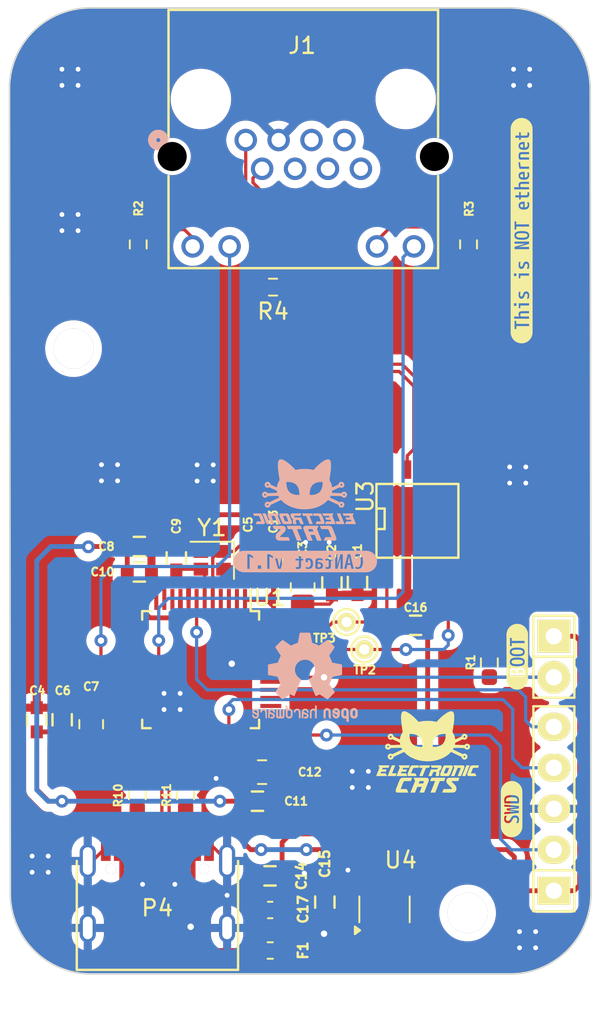
<source format=kicad_pcb>
(kicad_pcb (version 20241229) (generator "pcbnew") (generator_version "9.0")
  (layers (0 "F.Cu" signal) (2 "B.Cu" signal) (13 "F.Paste" user) (15 "B.Paste" user) (5 "F.SilkS" user "F.Silkscreen") (7 "B.SilkS" user "B.Silkscreen") (1 "F.Mask" user) (3 "B.Mask" user) (25 "Edge.Cuts" user))
  (net 0 "")
  (net 1 "+3V3")
  (net 2 "GND")
  (net 3 "+5V")
  (net 4 "/SWDIO")
  (net 5 "/SWCLK")
  (net 6 "Net-(U1-PF0-OSC_IN)")
  (net 7 "/CAN_RX")
  (net 8 "/CAN_TX")
  (net 9 "Net-(U1-PF1-OSC_OUT)")
  (net 10 "Net-(JP1-Pin_2)")
  (net 11 "/NRST")
  (net 40 "/LED_GREEN")
  (net 41 "/LED_RED")
  (net 42 "Net-(J1-Pad10)")
  (net 44 "Net-(J1-Pad12)")
  (net 48 "/D+")
  (net 49 "/D-")
  (net 51 "/CAN+")
  (net 52 "/CAN-")
  (net 54 "Net-(F1-Pad1)")
  (net 55 "Net-(P4-CC)")
  (net 56 "Net-(P4-VCONN)")
  (footprint "Resistor_SMD:R_0603_1608Metric_Pad0.98x0.95mm_HandSolder" (layer "F.Cu") (at 154 132.75 90)
    (property "Reference" "R1")
    (property "Value" "510")
  )
  (footprint "Connect:PINTST" (layer "F.Cu") (at 146.25 131.95)
    (property "Reference" "TP2")
    (property "Value" "TST" (hide yes))
  )
  (footprint "Connect:PINTST" (layer "F.Cu") (at 145.15 130.25)
    (property "Reference" "TP3")
    (property "Value" "TST" (hide yes))
  )
  (footprint "Housings_QFP:LQFP-48_7x7mm_Pitch0.5mm" (layer "F.Cu") (at 136.1 133.2 -90)
    (property "Reference" "U1")
    (property "Value" "STM32F042C6T6" (hide yes))
  )
  (footprint "SMD_Packages:SOIC-8-N" (layer "F.Cu") (at 149.54 123.98)
    (property "Reference" "U3")
    (property "Value" "MCP2551-I/SN" (hide yes))
  )
  (footprint "Capacitors_SMD:C_0603" (layer "F.Cu") (at 145.825 127.8 -90)
    (property "Reference" "C1")
    (property "Value" "0.1uF" (hide yes))
  )
  (footprint "Capacitors_SMD:C_0603" (layer "F.Cu") (at 144.24 127.825 -90)
    (property "Reference" "C2")
    (property "Value" "0.1uF" (hide yes))
  )
  (footprint "Capacitors_SMD:C_0603" (layer "F.Cu") (at 125.9395 136.3055 90)
    (property "Reference" "C4")
    (property "Value" "0.1uF" (hide yes))
  )
  (footprint "Capacitors_SMD:C_0603" (layer "F.Cu") (at 139.04212 126.270629 -90)
    (property "Reference" "C5")
    (property "Value" "18pF" (hide yes))
  )
  (footprint "Capacitors_SMD:C_0603" (layer "F.Cu") (at 127.5145 136.3055 90)
    (property "Reference" "C6")
    (property "Value" "0.1uF" (hide yes))
  )
  (footprint "Capacitor_SMD:C_0805_2012Metric_Pad1.18x1.45mm_HandSolder" (layer "F.Cu") (at 129.3145 136.5805 90)
    (property "Reference" "C7")
    (property "Value" "4.7uF")
  )
  (footprint "Capacitors_SMD:C_0603" (layer "F.Cu") (at 132.3 125.57)
    (property "Reference" "C8")
    (property "Value" "10nF" (hide yes))
  )
  (footprint "Capacitors_SMD:C_0603" (layer "F.Cu") (at 134.59212 126.27437 90)
    (property "Reference" "C9")
    (property "Value" "18pF" (hide yes))
  )
  (footprint "Capacitors_SMD:C_0603" (layer "F.Cu") (at 132.3 127.145)
    (property "Reference" "C10")
    (property "Value" "1uF" (hide yes))
  )
  (footprint "Capacitors_SMD:C_0603" (layer "F.Cu") (at 139.6212 141.3488)
    (property "Reference" "C11")
    (property "Value" "0.1uF" (hide yes))
  )
  (footprint "Capacitor_SMD:C_0805_2012Metric_Pad1.18x1.45mm_HandSolder" (layer "F.Cu") (at 139.9087 139.5488)
    (property "Reference" "C12")
    (property "Value" "4.7uF")
  )
  (footprint "Capacitors_SMD:C_0603" (layer "F.Cu") (at 140.62 126.27 90)
    (property "Reference" "C13")
    (property "Value" "0.1uF" (hide yes))
  )
  (footprint "Capacitors_SMD:C_0603" (layer "F.Cu") (at 140.4 145.975 180)
    (property "Reference" "C14")
    (property "Value" "1uF" (hide yes))
  )
  (footprint "Capacitors_SMD:C_0603" (layer "F.Cu") (at 143.8 147.6 -90)
    (property "Reference" "C15")
    (property "Value" "1uF" (hide yes))
  )
  (footprint "Capacitors_SMD:C_0603" (layer "F.Cu") (at 149.425 130.45)
    (property "Reference" "C16")
    (property "Value" "0.1uF" (hide yes))
  )
  (footprint "Pin_Headers:Pin_Header_Straight_1x05" (layer "F.Cu") (at 158 141.82 90)
    (property "Reference" "P2" (hide yes))
    (property "Value" "SWD" (hide yes))
  )
  (footprint "Pin_Headers:Pin_Header_Straight_1x02" (layer "F.Cu") (at 158 132.4 -90)
    (property "Reference" "JP1" (hide yes))
    (property "Value" "Boot Mode" (hide yes))
  )
  (footprint "Mounting_Holes:MountingHole_2-5mm" (layer "F.Cu") (at 152.65 148.275)
    (property "Reference" "" (hide yes))
    (property "Value" "VAL**" (hide yes))
  )
  (footprint "Mounting_Holes:MountingHole_2-5mm" (layer "F.Cu") (at 128.22 113.31)
    (property "Reference" "" (hide yes))
    (property "Value" "VAL**" (hide yes))
  )
  (footprint "Capacitor_SMD:C_0805_2012Metric_Pad1.18x1.45mm_HandSolder" (layer "F.Cu") (at 142.425 128.1 -90)
    (property "Reference" "C3")
    (property "Value" "4.7uF")
  )
  (footprint "Resistor_SMD:R_0603_1608Metric" (layer "F.Cu") (at 135.17 140.99 -90)
    (property "Reference" "R11")
    (property "Value" "5k1")
  )
  (footprint "Resistor_SMD:R_0603_1608Metric_Pad0.98x0.95mm_HandSolder" (layer "F.Cu") (at 132.229813 106.851602 -90)
    (property "Reference" "R2")
    (property "Value" "120")
  )
  (footprint "Resistor_SMD:R_0603_1608Metric_Pad0.98x0.95mm_HandSolder" (layer "F.Cu") (at 140.5875 109.5 180)
    (property "Reference" "R4")
    (property "Value" "120")
  )
  (footprint "kibuzzard-6802DBB7" (layer "F.Cu") (at 156 106 90)
    (property "Reference" "kibuzzard-6802DBB7" (hide yes))
    (property "Value" "G***" (hide yes))
  )
  (footprint "footprints:CONN12_R-RJ45_CKM" (layer "F.Cu") (at 138.894812 100.386403 180)
    (property "Reference" "J1")
    (property "Value" "Cantact")
  )
  (footprint "Capacitor_SMD:C_0603_1608Metric" (layer "F.Cu") (at 140.4125 148.09 180)
    (property "Reference" "C17")
    (property "Value" "10uF")
  )
  (footprint "Resistor_SMD:R_0603_1608Metric" (layer "F.Cu") (at 132.17 140.99 -90)
    (property "Reference" "R10")
    (property "Value" "5k1")
  )
  (footprint "Package_TO_SOT_SMD:SOT-23-5" (layer "F.Cu") (at 147.5 148.05 90)
    (property "Reference" "U4")
    (property "Value" "XC6220B331MR-G")
  )
  (footprint "kibuzzard-67FD8EBA" (layer "F.Cu") (at 155.73 132.4 90)
    (property "Reference" "kibuzzard-67FD8EBA" (hide yes))
    (property "Value" "G***" (hide yes))
  )
  (footprint "Aesthetics:electronic_cats_logo_4x3" (layer "F.Cu") (at 150.17 138.3)
    (property "Reference" "G***" (hide yes))
    (property "Value" "LOGO" (hide yes))
  )
  (footprint "Crystal:Crystal_SMD_2016-4Pin_2.0x1.6mm" (layer "F.Cu") (at 136.81712 126.42437 180)
    (property "Reference" "Y1")
    (property "Value" "16 Mhz")
  )
  (footprint "Resistor_SMD:R_0603_1608Metric_Pad0.98x0.95mm_HandSolder" (layer "F.Cu") (at 152.71 106.85 -90)
    (property "Reference" "R3")
    (property "Value" "120")
  )
  (footprint "kibuzzard-67FD8E9C" (layer "F.Cu") (at 155.38 141.84 90)
    (property "Reference" "kibuzzard-67FD8E9C" (hide yes))
    (property "Value" "G***" (hide yes))
  )
  (footprint "Footprint:C393939" (layer "F.Cu") (at 133.42 145.05)
    (property "Reference" "P4")
    (property "Value" "USB_C_Plug_USB2.0")
  )
  (footprint "Fuse:Fuse_0603_1608Metric" (layer "F.Cu") (at 140.4125 150.6)
    (property "Reference" "F1")
    (property "Value" "750mA")
  )
  (footprint "Symbol:OSHW-Logo2_7.3x6mm_SilkScreen" (layer "B.Cu") (at 142.57 133.67 180)
    (property "Reference" "REF**" (hide yes))
    (property "Value" "OSHW-Logo2_7.3x6mm_SilkScreen" (hide yes))
  )
  (footprint "Aesthetics:electronic_cats_logo_4x3" (layer "B.Cu") (at 142.54 122.69 180)
    (property "Reference" "G***" (hide yes))
    (property "Value" "LOGO" (hide yes))
  )
  (footprint "kibuzzard-67FE8A9D" (layer "B.Cu") (at 142.58 126.5 180)
    (property "Reference" "kibuzzard-67FE8A9D" (hide yes))
    (property "Value" "G***" (hide yes))
  )
  (gr_arc (start 124.25 97.2) (mid 125.714466 93.664466) (end 129.25 92.2) (stroke (width 0.1)) (layer "Edge.Cuts"))
  (gr_arc (start 155.25 92.2) (mid 158.785534 93.664466) (end 160.25 97.2) (stroke (width 0.1)) (layer "Edge.Cuts"))
  (gr_arc (start 160.3 147.05) (mid 158.835534 150.585534) (end 155.3 152.05) (stroke (width 0.1)) (layer "Edge.Cuts"))
  (gr_line (start 124.25 97.2) (end 124.3 147.05) (stroke (width 0.1)) (layer "Edge.Cuts"))
  (gr_arc (start 129.3 152.05) (mid 125.764466 150.585534) (end 124.3 147.05) (stroke (width 0.1)) (layer "Edge.Cuts"))
  (gr_line (start 160.3 147.05) (end 160.25 97.2) (stroke (width 0.1)) (layer "Edge.Cuts"))
  (gr_line (start 155.3 152.05) (end 129.3 152.05) (stroke (width 0.1)) (layer "Edge.Cuts"))
  (gr_line (start 129.25 92.2) (end 155.25 92.2) (stroke (width 0.1)) (layer "Edge.Cuts"))
  (segment (start 155.55 144.8) (end 155.1 144.35) (width 0.3) (layer "F.Cu") (net 1))
  (segment (start 146.55 146.9125) (end 146.55 144.65) (width 0.3) (layer "F.Cu") (net 1))
  (segment (start 144.24 127.075) (end 145.8 127.075) (width 0.3) (layer "F.Cu") (net 1))
  (segment (start 146.55 144.35) (end 146.15 144.35) (width 0.3) (layer "F.Cu") (net 1))
  (segment (start 127.5145 137.4345) (end 127.76 137.68) (width 0.3) (layer "F.Cu") (net 1))
  (segment (start 155.1 144.35) (end 147 144.35) (width 0.3) (layer "F.Cu") (net 1))
  (segment (start 138.8712 139.4912) (end 138.8712 139.5488) (width 0.3) (layer "F.Cu") (net 1))
  (segment (start 143.5 144.35) (end 143.475 144.35) (width 0.3) (layer "F.Cu") (net 1))
  (segment (start 125.9395 137.0555) (end 127.5145 137.0555) (width 0.3) (layer "F.Cu") (net 1))
  (segment (start 140.62 128.43) (end 140.62 128.74) (width 0.3) (layer "F.Cu") (net 1))
  (segment (start 143.8 144.35) (end 143.475 144.35) (width 0.3) (layer "F.Cu") (net 1))
  (segment (start 129.2525 137.68) (end 129.3145 137.618) (width 0.3) (layer "F.Cu") (net 1))
  (segment (start 143.8 144.65) (end 143.8 145.125) (width 0.3) (layer "F.Cu") (net 1))
  (segment (start 132.96 129.99) (end 134.6934 129.99) (width 0.3) (layer "F.Cu") (net 1))
  (segment (start 143.8 145.125) (end 143.8 144.35) (width 0.3) (layer "F.Cu") (net 1))
  (segment (start 158 146.9) (end 159.25 146.9) (width 0.3) (layer "F.Cu") (net 1))
  (segment (start 143.8 144.65) (end 143.5 144.35) (width 0.3) (layer "F.Cu") (net 1))
  (segment (start 145.825 124.005) (end 145.825 127.05) (width 0.3) (layer "F.Cu") (net 1))
  (segment (start 127.76 137.68) (end 129.2525 137.68) (width 0.3) (layer "F.Cu") (net 1))
  (segment (start 126.67 141.35) (end 125.9395 140.6195) (width 0.3) (layer "F.Cu") (net 1))
  (segment (start 138.85 137.55) (end 138.85 139.47) (width 0.3) (layer "F.Cu") (net 1))
  (segment (start 145.8 127.075) (end 145.825 127.05) (width 0.3) (layer "F.Cu") (net 1))
  (segment (start 139.2 144.35) (end 138.8712 144.0212) (width 0.3) (layer "F.Cu") (net 1))
  (segment (start 140.62 129.28) (end 140.62 130.28) (width 0.3) (layer "F.Cu") (net 1))
  (segment (start 146.15 144.35) (end 146.25 144.35) (width 0.3) (layer "F.Cu") (net 1))
  (segment (start 159.6 131.4) (end 159.33 131.13) (width 0.3) (layer "F.Cu") (net 1))
  (segment (start 134.6934 129.99) (end 134.8458 129.8376) (width 0.3) (layer "F.Cu") (net 1))
  (segment (start 146.15 144.35) (end 144.1 144.35) (width 0.3) (layer "F.Cu") (net 1))
  (segment (start 131.55 124.05) (end 132 123.6) (width 0.3) (layer "F.Cu") (net 1))
  (segment (start 142.425 127.0625) (end 140.6625 127.0625) (width 0.3) (layer "F.Cu") (net 1))
  (segment (start 140.62 128.74) (end 140.62 129.28) (width 0.3) (layer "F.Cu") (net 1))
  (segment (start 142.425 127.0625) (end 144.2275 127.0625) (width 0.3) (layer "F.Cu") (net 1))
  (segment (start 146.25 144.35) (end 146.55 144.65) (width 0.3) (layer "F.Cu") (net 1))
  (segment (start 140.19 128.85) (end 140.62 129.28) (width 0.3) (layer "F.Cu") (net 1))
  (segment (start 138.8712 139.5488) (end 138.8712 141.3488) (width 0.3) (layer "F.Cu") (net 1))
  (segment (start 139.85 144.35) (end 139.2 144.35) (width 0.3) (layer "F.Cu") (net 1))
  (segment (start 137.29 141.3488) (end 138.8712 141.3488) (width 0.3) (layer "F.Cu") (net 1))
  (segment (start 158 146.9) (end 156.1 146.9) (width 0.3) (layer "F.Cu") (net 1))
  (segment (start 140.62 128.74) (end 140.51 128.85) (width 0.3) (layer "F.Cu") (net 1))
  (segment (start 129.16 125.57) (end 131.55 125.57) (width 0.3) (layer "F.Cu") (net 1))
  (segment (start 140.62 127.02) (end 140.62 128.43) (width 0.3) (layer "F.Cu") (net 1))
  (segment (start 127.5 141.35) (end 126.67 141.35) (width 0.3) (layer "F.Cu") (net 1))
  (segment (start 143.8 145.125) (end 143.8 146.85) (width 0.3) (layer "F.Cu") (net 1))
  (segment (start 134.8458 129.8376) (end 134.8458 128.85) (width 0.3) (layer "F.Cu") (net 1))
  (segment (start 159.33 131.13) (end 158 131.13) (width 0.3) (layer "F.Cu") (net 1))
  (segment (start 145.42 123.6) (end 145.825 124.005) (width 0.3) (layer "F.Cu") (net 1))
  (segment (start 146.55 144.65) (end 146.85 144.35) (width 0.3) (layer "F.Cu") (net 1))
  (segment (start 125.9395 138.34) (end 125.9395 137.0555) (width 0.3) (layer "F.Cu") (net 1))
  (segment (start 132 123.6) (end 145.42 123.6) (width 0.3) (layer "F.Cu") (net 1))
  (segment (start 129.14 125.59) (end 129.16 125.57) (width 0.3) (layer "F.Cu") (net 1))
  (segment (start 131.55 127.145) (end 131.55 125.57) (width 0.3) (layer "F.Cu") (net 1))
  (segment (start 131.422 137.618) (end 131.75 137.29) (width 0.3) (layer "F.Cu") (net 1))
  (segment (start 140.62 130.28) (end 140.45 130.45) (width 0.3) (layer "F.Cu") (net 1))
  (segment (start 140.2 128.85) (end 140.62 128.43) (width 0.3) (layer "F.Cu") (net 1))
  (segment (start 144.1 144.35) (end 143.8 144.35) (width 0.3) (layer "F.Cu") (net 1))
  (segment (start 140.19 128.85) (end 140.2 128.85) (width 0.3) (layer "F.Cu") (net 1))
  (segment (start 147 144.35) (end 146.55 144.35) (width 0.3) (layer "F.Cu") (net 1))
  (segment (start 146.85 144.35) (end 147 144.35) (width 0.3) (layer "F.Cu") (net 1))
  (segment (start 143.475 144.35) (end 142.65 144.35) (width 0.3) (layer "F.Cu") (net 1))
  (segment (start 129.3145 137.618) (end 131.422 137.618) (width 0.3) (layer "F.Cu") (net 1))
  (segment (start 138.85 139.47) (end 138.8712 139.4912) (width 0.3) (layer "F.Cu") (net 1))
  (segment (start 159.6 146.55) (end 159.6 131.4) (width 0.3) (layer "F.Cu") (net 1))
  (segment (start 125.9395 140.6195) (end 125.9395 138.34) (width 0.3) (layer "F.Cu") (net 1))
  (segment (start 127.5145 137.0555) (end 127.5145 137.4345) (width 0.3) (layer "F.Cu") (net 1))
  (segment (start 155.55 146.35) (end 155.55 144.8) (width 0.3) (layer "F.Cu") (net 1))
  (segment (start 131.75 137.29) (end 131.75 135.95) (width 0.3) (layer "F.Cu") (net 1))
  (segment (start 144.2275 127.0625) (end 144.24 127.075) (width 0.3) (layer "F.Cu") (net 1))
  (segment (start 131.55 125.57) (end 131.55 124.05) (width 0.3) (layer "F.Cu") (net 1))
  (segment (start 159.25 146.9) (end 159.6 146.55) (width 0.3) (layer "F.Cu") (net 1))
  (segment (start 138.8712 144.0212) (end 138.8712 141.3488) (width 0.3) (layer "F.Cu") (net 1))
  (segment (start 146.55 144.65) (end 146.55 144.35) (width 0.3) (layer "F.Cu") (net 1))
  (segment (start 140.51 128.85) (end 140.19 128.85) (width 0.3) (layer "F.Cu") (net 1))
  (segment (start 140.6625 127.0625) (end 140.62 127.02) (width 0.3) (layer "F.Cu") (net 1))
  (segment (start 144.1 144.35) (end 143.8 144.65) (width 0.3) (layer "F.Cu") (net 1))
  (segment (start 131.55 127.145) (end 131.55 128.58) (width 0.3) (layer "F.Cu") (net 1))
  (segment (start 131.55 128.58) (end 132.96 129.99) (width 0.3) (layer "F.Cu") (net 1))
  (segment (start 140.19 128.85) (end 138.85 128.85) (width 0.3) (layer "F.Cu") (net 1))
  (segment (start 156.1 146.9) (end 155.55 146.35) (width 0.3) (layer "F.Cu") (net 1))
  (via (at 137.29 141.3488) (size 0.8) (drill 0.4) (layers "F.Cu" "B.Cu") (net 1))
  (via (at 129.14 125.59) (size 0.8) (drill 0.4) (layers "F.Cu" "B.Cu") (net 1))
  (via (at 142.65 144.35) (size 0.8) (drill 0.4) (layers "F.Cu" "B.Cu") (net 1))
  (via (at 139.85 144.35) (size 0.8) (drill 0.4) (layers "F.Cu" "B.Cu") (net 1))
  (via (at 127.5 141.35) (size 0.8) (drill 0.4) (layers "F.Cu" "B.Cu") (net 1))
  (segment (start 127.5 141.35) (end 126.64 141.35) (width 0.3) (layer "B.Cu") (net 1))
  (segment (start 126.64 141.35) (end 125.9395 140.6495) (width 0.3) (layer "B.Cu") (net 1))
  (segment (start 125.9395 140.6495) (end 125.9395 126.4505) (width 0.3) (layer "B.Cu") (net 1))
  (segment (start 142.65 144.35) (end 139.85 144.35) (width 0.3) (layer "B.Cu") (net 1))
  (segment (start 125.9395 126.4505) (end 126.82 125.57) (width 0.3) (layer "B.Cu") (net 1))
  (segment (start 126.82 125.57) (end 129.25 125.57) (width 0.3) (layer "B.Cu") (net 1))
  (segment (start 137.2888 141.35) (end 127.5 141.35) (width 0.3) (layer "B.Cu") (net 1))
  (segment (start 137.29 141.3488) (end 137.2888 141.35) (width 0.3) (layer "B.Cu") (net 1))
  (segment (start 139.87 125.73) (end 140.08 125.52) (width 0.2032) (layer "F.Cu") (net 2))
  (segment (start 140.45 130.95) (end 138.375 130.95) (width 0.2) (layer "F.Cu") (net 2))
  (segment (start 133.05 127.58) (end 133.05 127.145) (width 0.3) (layer "F.Cu") (net 2))
  (segment (start 139.35 149.2) (end 137.74 149.2) (width 0.2) (layer "F.Cu") (net 2))
  (segment (start 142.425 129.1375) (end 144.0925 129.1375) (width 0.2) (layer "F.Cu") (net 2))
  (segment (start 147.5 148.075) (end 149.495 148.075) (width 0.2) (layer "F.Cu") (net 2))
  (segment (start 129.1 145.05) (end 129.395 145.05) (width 0.2) (layer "F.Cu") (net 2))
  (segment (start 132.57 136.83) (end 132.57 136.77) (width 0.3) (layer "F.Cu") (net 2))
  (segment (start 138.35 136.59) (end 138.55 136.39) (width 0.2) (layer "F.Cu") (net 2))
  (segment (start 140.08 125.52) (end 140.62 125.52) (width 0.2032) (layer "F.Cu") (net 2))
  (segment (start 158 141.82) (end 156.305 141.82) (width 0.2) (layer "F.Cu") (net 2))
  (segment (start 129.395 145.05) (end 130.22 144.225) (width 0.2) (layer "F.Cu") (net 2))
  (segment (start 130.22 143.225) (end 130.22 142.805) (width 0.2) (layer "F.Cu") (net 2))
  (segment (start 139.7645 136.6145) (end 139.7645 139.2345) (width 0.2) (layer "F.Cu") (net 2))
  (segment (start 139.6375 148.0875) (end 139.65 148.075) (width 0.2) (layer "F.Cu") (net 2))
  (segment (start 135.35 128.85) (end 135.35 128.1) (width 0.3) (layer "F.Cu") (net 2))
  (segment (start 139.6375 148.9125) (end 139.35 149.2) (width 0.2) (layer "F.Cu") (net 2))
  (segment (start 129.1 145.05) (end 129.1 149.2) (width 0.2) (layer "F.Cu") (net 2))
  (segment (start 135.08 127.83) (end 133.3 127.83) (width 0.3) (layer "F.Cu") (net 2))
  (segment (start 148.675 130.45) (end 148.675 129.75) (width 0.2) (layer "F.Cu") (net 2))
  (segment (start 127.527 135.543) (end 127.5145 135.5555) (width 0.2) (layer "F.Cu") (net 2))
  (segment (start 147.5 149.1875) (end 147.5 148.075) (width 0.2) (layer "F.Cu") (net 2))
  (segment (start 137.74 147.18) (end 137.74 149.2) (width 0.2) (layer "F.Cu") (net 2))
  (segment (start 136.62 144.225) (end 136.915 144.225) (width 0.2032) (layer "F.Cu") (net 2))
  (segment (start 129.702 135.543) (end 129.3145 135.543) (width 0.2) (layer "F.Cu") (net 2))
  (segment (start 139.6375 148.09) (end 139.6375 148.9125) (width 0.2) (layer "F.Cu") (net 2))
  (segment (start 136.915 144.225) (end 137.74 145.05) (width 0.2032) (layer "F.Cu") (net 2))
  (segment (start 144.24 128.99) (end 144.24 128.575) (width 0.2) (layer "F.Cu") (net 2))
  (segment (start 130.22 142.805) (end 129.915 142.5) (width 0.2) (layer "F.Cu") (net 2))
  (segment (start 129.915 142.5) (end 129 142.5) (width 0.2) (layer "F.Cu") (net 2))
  (segment (start 126.95 145.05) (end 129.1 145.05) (width 0.2032) (layer "F.Cu") (net 2))
  (segment (start 145.715 148.075) (end 145.67 148.03) (width 0.2) (layer "F.Cu") (net 2))
  (segment (start 131.75 135.45) (end 129.795 135.45) (width 0.2) (layer "F.Cu") (net 2))
  (segment (start 126.65 144.75) (end 126.95 145.05) (width 0.2032) (layer "F.Cu") (net 2))
  (segment (start 137.74 145.05) (end 137.74 147.18) (width 0.2) (layer "F.Cu") (net 2))
  (segment (start 140.0788 139.5488) (end 140.9462 139.5488) (width 0.2) (layer "F.Cu") (net 2))
  (segment (start 140.45 130.95) (end 142.125 130.95) (width 0.2) (layer "F.Cu") (net 2))
  (segment (start 149.495 148.075) (end 149.5 148.07) (width 0.2) (layer "F.Cu") (net 2))
  (segment (start 129.3145 135.543) (end 127.527 135.543) (width 0.2) (layer "F.Cu") (net 2))
  (segment (start 132.57 136.77) (end 133.12 136.22) (width 0.3) (layer "F.Cu") (net 2))
  (segment (start 139.699371 127.020629) (end 139.87 126.85) (width 0.2032) (layer "F.Cu") (net 2))
  (segment (start 139.65 148.075) (end 139.65 145.975) (width 0.2) (layer "F.Cu") (net 2))
  (segment (start 147.5 148.075) (end 145.715 148.075) (width 0.2) (layer "F.Cu") (net 2))
  (segment (start 139.7645 139.2345) (end 140.0788 139.5488) (width 0.2) (layer "F.Cu") (net 2))
  (segment (start 142.125 130.95) (end 142.425 130.65) (width 0.2) (layer "F.Cu") (net 2))
  (segment (start 135.35 128.1) (end 135.08 127.83) (width 0.3) (layer "F.Cu") (net 2))
  (segment (start 133.3 127.83) (end 133.05 127.58) (width 0.3) (layer "F.Cu") (net 2))
  (segment (start 129.795 135.45) (end 129.702 135.543) (width 0.2) (layer "F.Cu") (net 2))
  (segment (start 139.6375 148.09) (end 139.6375 148.0875) (width 0.2) (layer "F.Cu") (net 2))
  (segment (start 139.54 136.39) (end 139.7645 136.6145) (width 0.2) (layer "F.Cu") (net 2))
  (segment (start 138.03 131.295) (end 138.03 132.83) (width 0.2) (layer "F.Cu") (net 2))
  (segment (start 144.0925 129.1375) (end 144.24 128.99) (width 0.2) (layer "F.Cu") (net 2))
  (segment (start 130.22 144.225) (end 130.22 143.225) (width 0.2) (layer "F.Cu") (net 2))
  (segment (start 138.55 136.39) (end 139.54 136.39) (width 0.2) (layer "F.Cu") (net 2))
  (segment (start 138.35 137.55) (end 138.35 136.59) (width 0.2) (layer "F.Cu") (net 2))
  (segment (start 142.425 130.65) (end 142.425 129.1375) (width 0.2) (layer "F.Cu") (net 2))
  (segment (start 127.5145 135.5555) (end 125.9395 135.5555) (width 0.2) (layer "F.Cu") (net 2))
  (segment (start 139.04212 127.020629) (end 139.699371 127.020629) (width 0.2032) (layer "F.Cu") (net 2))
  (segment (start 138.375 130.95) (end 138.03 131.295) (width 0.2) (layer "F.Cu") (net 2))
  (segment (start 139.87 126.85) (end 139.87 125.73) (width 0.2032) (layer "F.Cu") (net 2))
  (via (at 127.5 96) (size 0.6) (drill 0.3) (layers "F.Cu" "B.Cu") (net 2))
  (via (at 134.5 146.5) (size 0.6) (drill 0.3) (layers "F.Cu" "B.Cu") (net 2))
  (via (at 155.26 121.64) (size 0.6) (drill 0.3) (layers "F.Cu" "B.Cu") (net 2))
  (via (at 156.87 149.43) (size 0.6) (drill 0.3) (layers "F.Cu" "B.Cu") (net 2))
  (via (at 142.52 145.8) (size 0.6) (drill 0.3) (layers "F.Cu" "B.Cu") (net 2))
  (via (at 156.5 96) (size 0.6) (drill 0.3) (layers "F.Cu" "B.Cu") (net 2))
  (via (at 144.07 125.31) (size 0.6) (drill 0.3) (layers "F.Cu" "B.Cu") (net 2))
  (via (at 127.5 106) (size 0.6) (drill 0.3) (layers "F.Cu" "B.Cu") (net 2))
  (via (at 136.88 120.51) (size 0.6) (drill 0.3) (layers "F.Cu" "B.Cu") (net 2))
  (via (at 156.26 121.64) (size 0.6) (drill 0.3) (layers "F.Cu" "B.Cu") (net 2))
  (via (at 146.5 140.5) (size 0.6) (drill 0.3) (layers "F.Cu" "B.Cu") (net 2))
  (via (at 135.88 120.51) (size 0.6) (drill 0.3) (layers "F.Cu" "B.Cu") (net 2))
  (via (at 142.61 125.31) (size 0.6) (drill 0.3) (layers "F.Cu" "B.Cu") (net 2))
  (via (at 132.5 146.5) (size 0.6) (drill 0.3) (layers "F.Cu" "B.Cu") (net 2))
  (via (at 129.95 121.5) (size 0.6) (drill 0.3) (layers "F.Cu" "B.Cu") (net 2))
  (via (at 156.5 97) (size 0.6) (drill 0.3) (layers "F.Cu" "B.Cu") (net 2))
  (via (at 155.26 120.64) (size 0.6) (drill 0.3) (layers "F.Cu" "B.Cu") (net 2))
  (via (at 146.5 139.5) (size 0.6) (drill 0.3) (layers "F.Cu" "B.Cu") (net 2))
  (via (at 155.87 150.43) (size 0.6) (drill 0.3) (layers "F.Cu" "B.Cu") (net 2))
  (via (at 128.5 106) (size 0.6) (drill 0.3) (layers "F.Cu" "B.Cu") (net 2))
  (via (at 145.5 140.5) (size 0.6) (drill 0.3) (layers "F.Cu" "B.Cu") (net 2))
  (via (at 155.5 96) (size 0.6) (drill 0.3) (layers "F.Cu" "B.Cu") (net 2))
  (via (at 134.83 134.67) (size 0.6) (drill 0.3) (layers "F.Cu" "B.Cu") (net 2))
  (via (at 135.88 121.51) (size 0.6) (drill 0.3) (layers "F.Cu" "B.Cu") (net 2))
  (via (at 136.88 121.51) (size 0.6) (drill 0.3) (layers "F.Cu" "B.Cu") (net 2))
  (via (at 126.65 144.75) (size 0.6) (drill 0.3) (layers "F.Cu" "B.Cu") (net 2))
  (via (at 134.83 135.67) (size 0.6) (drill 0.3) (layers "F.Cu" "B.Cu") (net 2))
  (via (at 137.06 139.94) (size 0.6) (drill 0.3) (layers "F.Cu" "B.Cu") (net 2))
  (via (at 127.5 97) (size 0.6) (drill 0.3) (layers "F.Cu" "B.Cu") (net 2))
  (via (at 143.75 149.56) (size 0.8) (drill 0.4) (layers "F.Cu" "B.Cu") (net 2))
  (via (at 133.83 134.67) (size 0.6) (drill 0.3) (layers "F.Cu" "B.Cu") (net 2))
  (via (at 130.95 120.5) (size 0.6) (drill 0.3) (layers "F.Cu" "B.Cu") (net 2))
  (via (at 156.26 120.64) (size 0.6) (drill 0.3) (layers "F.Cu" "B.Cu") (net 2))
  (via (at 125.65 144.75) (size 0.6) (drill 0.3) (layers "F.Cu" "B.Cu") (net 2))
  (via (at 126.65 145.75) (size 0.6) (drill 0.3) (layers "F.Cu" "B.Cu") (net 2))
  (via (at 133.83 135.67) (size 0.6) (drill 0.3) (layers "F.Cu" "B.Cu") (net 2))
  (via (at 128.5 105) (size 0.6) (drill 0.3) (layers "F.Cu" "B.Cu") (net 2))
  (via (at 145.23 145.62) (size 0.6) (drill 0.3) (layers "F.Cu" "B.Cu") (net 2))
  (via (at 145.5 139.5) (size 0.6) (drill 0.3) (layers "F.Cu" "B.Cu") (net 2))
  (via (at 155.5 97) (size 0.6) (drill 0.3) (layers "F.Cu" "B.Cu") (net 2))
  (via (at 128.5 96) (size 0.6) (drill 0.3) (layers "F.Cu" "B.Cu") (net 2))
  (via (at 138.03 132.83) (size 0.8) (drill 0.4) (layers "F.Cu" "B.Cu") (net 2))
  (via (at 135.48 149.13) (size 0.8) (drill 0.4) (layers "F.Cu" "B.Cu") (net 2))
  (via (at 127.5 105) (size 0.6) (drill 0.3) (layers "F.Cu" "B.Cu") (net 2))
  (via (at 137.74 147.18) (size 0.6) (drill 0.3) (layers "F.Cu" "B.Cu") (net 2))
  (via (at 130.95 121.5) (size 0.6) (drill 0.3) (layers "F.Cu" "B.Cu") (net 2))
  (via (at 156.87 150.43) (size 0.6) (drill 0.3) (layers "F.Cu" "B.Cu") (net 2))
  (via (at 128.5 97) (size 0.6) (drill 0.3) (layers "F.Cu" "B.Cu") (net 2))
  (via (at 125.65 145.75) (size 0.6) (drill 0.3) (layers "F.Cu" "B.Cu") (net 2))
  (via (at 155.87 149.43) (size 0.6) (drill 0.3) (layers "F.Cu" "B.Cu") (net 2))
  (via (at 129.95 120.5) (size 0.6) (drill 0.3) (layers "F.Cu" "B.Cu") (net 2))
  (segment (start 129.2 149.3) (end 129.1 149.2) (width 0.2) (layer "B.Cu") (net 2))
  (segment (start 137.64 149.3) (end 137.74 149.2) (width 0.2) (layer "B.Cu") (net 2))
  (segment (start 141.2 148.1025) (end 141.1875 148.09) (width 0.3) (layer "F.Cu") (net 3))
  (segment (start 141.15 143.9) (end 141.675 143.375) (width 0.3) (layer "F.Cu") (net 3))
  (segment (start 141.15 145.975) (end 141.15 148.0525) (width 0.3) (layer "F.Cu") (net 3))
  (segment (start 150.175 142.725) (end 150.175 130.45) (width 0.3) (layer "F.Cu") (net 3))
  (segment (start 150.175 127.155) (end 150.185 127.165) (width 0.3) (layer "F.Cu") (net 3))
  (segment (start 148.175 150.6) (end 148.45 150.325) (width 0.3) (layer "F.Cu") (net 3))
  (segment (start 149.525 143.375) (end 150.175 142.725) (width 0.3) (layer "F.Cu") (net 3))
  (segment (start 146.3 150.6) (end 146.55 150.35) (width 0.3) (layer "F.Cu") (net 3))
  (segment (start 146.55 150.35) (end 146.8 150.6) (width 0.3) (layer "F.Cu") (net 3))
  (segment (start 146.55 150.6) (end 146.8 150.6) (width 0.3) (layer "F.Cu") (net 3))
  (segment (start 146.55 149.1875) (end 146.55 150.35) (width 0.3) (layer "F.Cu") (net 3))
  (segment (start 148.45 150.325) (end 148.45 149.1875) (width 0.3) (layer "F.Cu") (net 3))
  (segment (start 141.675 143.375) (end 149.525 143.375) (width 0.3) (layer "F.Cu") (net 3))
  (segment (start 141.15 148.0525) (end 141.1875 148.09) (width 0.3) (layer "F.Cu") (net 3))
  (segment (start 141.2 150.6) (end 146.3 150.6) (width 0.3) (layer "F.Cu") (net 3))
  (segment (start 141.2 150.6) (end 141.2 148.1025) (width 0.3) (layer "F.Cu") (net 3))
  (segment (start 146.3 150.6) (end 146.55 150.6) (width 0.3) (layer "F.Cu") (net 3))
  (segment (start 146.55 150.35) (end 146.55 150.6) (width 0.3) (layer "F.Cu") (net 3))
  (segment (start 150.175 129.845) (end 150.175 130.45) (width 0.3) (layer "F.Cu") (net 3))
  (segment (start 150.185 127.165) (end 150.185 129.835) (width 0.3) (layer "F.Cu") (net 3))
  (segment (start 141.15 145.975) (end 141.15 143.9) (width 0.3) (layer "F.Cu") (net 3))
  (segment (start 146.8 150.6) (end 148.175 150.6) (width 0.3) (layer "F.Cu") (net 3))
  (segment (start 150.185 129.835) (end 150.175 129.845) (width 0.3) (layer "F.Cu") (net 3))
  (segment (start 137.85 137.55) (end 137.85 135.675) (width 0.2) (layer "F.Cu") (net 4))
  (via (at 137.85 135.675) (size 0.8) (drill 0.4) (layers "F.Cu" "B.Cu") (net 4))
  (segment (start 155.45 135.65) (end 155.45 138.7) (width 0.2) (layer "B.Cu") (net 4))
  (segment (start 156.03 139.28) (end 158 139.28) (width 0.2) (layer "B.Cu") (net 4))
  (segment (start 155.45 138.7) (end 156.03 139.28) (width 0.2) (layer "B.Cu") (net 4))
  (segment (start 138.1 135.05) (end 154.85 135.05) (width 0.2) (layer "B.Cu") (net 4))
  (segment (start 137.85 135.3) (end 138.1 135.05) (width 0.2) (layer "B.Cu") (net 4))
  (segment (start 154.85 135.05) (end 155.45 135.65) (width 0.2) (layer "B.Cu") (net 4))
  (segment (start 137.85 135.675) (end 137.85 135.3) (width 0.2) (layer "B.Cu") (net 4))
  (segment (start 140.45 135.95) (end 140.45 136.7) (width 0.2) (layer "F.Cu") (net 5))
  (segment (start 141 137.25) (end 143.9 137.25) (width 0.2) (layer "F.Cu") (net 5))
  (segment (start 140.45 136.7) (end 141 137.25) (width 0.2) (layer "F.Cu") (net 5))
  (via (at 143.9 137.25) (size 0.8) (drill 0.4) (layers "F.Cu" "B.Cu") (net 5))
  (segment (start 155.36 144.36) (end 158 144.36) (width 0.2) (layer "B.Cu") (net 5))
  (segment (start 154.7 143.7) (end 155.36 144.36) (width 0.2) (layer "B.Cu") (net 5))
  (segment (start 154 137.25) (end 154.7 137.95) (width 0.2) (layer "B.Cu") (net 5))
  (segment (start 143.9 137.25) (end 154 137.25) (width 0.2) (layer "B.Cu") (net 5))
  (segment (start 154.7 137.95) (end 154.7 143.7) (width 0.2) (layer "B.Cu") (net 5))
  (segment (start 138.165861 125.87437) (end 138.485861 125.55437) (width 0.2032) (layer "F.Cu") (net 6))
  (segment (start 137.54 125.942958) (end 137.54 125.878509) (width 0.2032) (layer "F.Cu") (net 6))
  (segment (start 137.452958 126.03) (end 137.54 125.942958) (width 0.2032) (layer "F.Cu") (net 6))
  (segment (start 137.535861 125.87437) (end 138.165861 125.87437) (width 0.2032) (layer "F.Cu") (net 6))
  (segment (start 138.485861 125.55437) (end 139.02212 125.55437) (width 0.2032) (layer "F.Cu") (net 6))
  (segment (start 137.54 125.878509) (end 137.535861 125.87437) (width 0.2032) (layer "F.Cu") (net 6))
  (segment (start 139.02212 125.55437) (end 139.04212 125.53437) (width 0.2032) (layer "F.Cu") (net 6))
  (segment (start 139.04212 125.53437) (end 139.04212 125.520629) (width 0.2032) (layer "F.Cu") (net 6))
  (segment (start 136.85 128.85) (end 136.85 126.27) (width 0.2032) (layer "F.Cu") (net 6))
  (segment (start 136.85 126.27) (end 137.09 126.03) (width 0.2032) (layer "F.Cu") (net 6))
  (segment (start 137.09 126.03) (end 137.452958 126.03) (width 0.2032) (layer "F.Cu") (net 6))
  (segment (start 151.455 127.165) (end 151.445 127.155) (width 0.2) (layer "F.Cu") (net 7))
  (segment (start 151.45 130.575) (end 151.455 130.57) (width 0.2) (layer "F.Cu") (net 7))
  (segment (start 151.45 131.075) (end 151.45 130.575) (width 0.2) (layer "F.Cu") (net 7))
  (segment (start 151.455 130.57) (end 151.455 127.165) (width 0.2) (layer "F.Cu") (net 7))
  (segment (start 140.45 131.95) (end 148.825 131.95) (width 0.2) (layer "F.Cu") (net 7))
  (via (at 151.45 131.075) (size 0.8) (drill 0.4) (layers "F.Cu" "B.Cu") (net 7))
  (via (at 148.825 131.95) (size 0.8) (drill 0.4) (layers "F.Cu" "B.Cu") (net 7))
  (segment (start 151.25 131.875) (end 151.45 131.675) (width 0.2) (layer "B.Cu") (net 7))
  (segment (start 148.825 131.95) (end 151.175 131.95) (width 0.2) (layer "B.Cu") (net 7))
  (segment (start 151.45 131.675) (end 151.45 131.075) (width 0.2) (layer "B.Cu") (net 7))
  (segment (start 151.175 131.95) (end 151.25 131.875) (width 0.2) (layer "B.Cu") (net 7))
  (segment (start 147.2 130.25) (end 147.645 129.805) (width 0.2) (layer "F.Cu") (net 8))
  (segment (start 147.645 127.165) (end 147.635 127.155) (width 0.2) (layer "F.Cu") (net 8))
  (segment (start 143.1 131.45) (end 144.3 130.25) (width 0.2) (layer "F.Cu") (net 8))
  (segment (start 144.3 130.25) (end 147.2 130.25) (width 0.2) (layer "F.Cu") (net 8))
  (segment (start 147.645 129.805) (end 147.645 127.165) (width 0.2) (layer "F.Cu") (net 8))
  (segment (start 140.45 131.45) (end 143.1 131.45) (width 0.2) (layer "F.Cu") (net 8))
  (segment (start 136.14 127.13) (end 136.14 126.978509) (width 0.2032) (layer "F.Cu") (net 9))
  (segment (start 136.14 126.978509) (end 136.135861 126.97437) (width 0.2032) (layer "F.Cu") (net 9))
  (segment (start 134.605861 127.02437) (end 134.59212 127.02437) (width 0.2032) (layer "F.Cu") (net 9))
  (segment (start 134.655861 126.97437) (end 134.605861 127.02437) (width 0.2032) (layer "F.Cu") (net 9))
  (segment (start 136.135861 126.97437) (end 134.655861 126.97437) (width 0.2032) (layer "F.Cu") (net 9))
  (segment (start 136.35 127.34) (end 136.14 127.13) (width 0.2032) (layer "F.Cu") (net 9))
  (segment (start 136.35 128.85) (end 136.35 127.34) (width 0.2032) (layer "F.Cu") (net 9))
  (segment (start 143.745 133.675) (end 142.15 133.675) (width 0.2) (layer "F.Cu") (net 10))
  (segment (start 143.75 133.67) (end 143.745 133.675) (width 0.2) (layer "F.Cu") (net 10))
  (segment (start 157.9925 133.6625) (end 158 133.67) (width 0.2) (layer "F.Cu") (net 10))
  (segment (start 154 133.6625) (end 157.9925 133.6625) (width 0.2) (layer "F.Cu") (net 10))
  (segment (start 142.15 133.675) (end 141.75 133.275) (width 0.2) (layer "F.Cu") (net 10))
  (segment (start 141.575 132.45) (end 140.45 132.45) (width 0.2) (layer "F.Cu") (net 10))
  (segment (start 141.75 133.275) (end 141.75 132.625) (width 0.2) (layer "F.Cu") (net 10))
  (segment (start 141.75 132.625) (end 141.575 132.45) (width 0.2) (layer "F.Cu") (net 10))
  (via (at 143.75 133.67) (size 0.8) (drill 0.4) (layers "F.Cu" "B.Cu") (net 10))
  (segment (start 143.75 133.67) (end 158 133.67) (width 0.2) (layer "B.Cu") (net 10))
  (segment (start 135.85 128.85) (end 135.85 130.88) (width 0.2) (layer "F.Cu") (net 11))
  (via (at 135.85 130.88) (size 0.8) (drill 0.4) (layers "F.Cu" "B.Cu") (net 11))
  (segment (start 156.25 136.35) (end 156.64 136.74) (width 0.2) (layer "B.Cu") (net 11))
  (segment (start 135.85 130.88) (end 135.85 133.8) (width 0.2) (layer "B.Cu") (net 11))
  (segment (start 156.25 134.9) (end 156.25 136.35) (width 0.2) (layer "B.Cu") (net 11))
  (segment (start 156.64 136.74) (end 158 136.74) (width 0.2) (layer "B.Cu") (net 11))
  (segment (start 135.85 133.8) (end 136.5 134.45) (width 0.2) (layer "B.Cu") (net 11))
  (segment (start 155.8 134.45) (end 156.25 134.9) (width 0.2) (layer "B.Cu") (net 11))
  (segment (start 136.5 134.45) (end 155.8 134.45) (width 0.2) (layer "B.Cu") (net 11))
  (segment (start 130.24 132.88) (end 129.92 132.56) (width 0.2) (layer "F.Cu") (net 40))
  (segment (start 131.75 132.95) (end 130.31 132.95) (width 0.2) (layer "F.Cu") (net 40))
  (segment (start 129.92 132.56) (end 129.92 131.4) (width 0.2) (layer "F.Cu") (net 40))
  (segment (start 130.31 132.95) (end 130.24 132.88) (width 0.2) (layer "F.Cu") (net 40))
  (via (at 129.92 131.4) (size 0.8) (drill 0.4) (layers "F.Cu" "B.Cu") (net 40))
  (segment (start 137.894814 126.045186) (end 137.894814 106.976403) (width 0.2) (layer "B.Cu") (net 40))
  (segment (start 129.92 127.58) (end 130.69 126.81) (width 0.2) (layer "B.Cu") (net 40))
  (segment (start 137.13 126.81) (end 137.894814 126.045186) (width 0.2) (layer "B.Cu") (net 40))
  (segment (start 130.69 126.81) (end 137.13 126.81) (width 0.2) (layer "B.Cu") (net 40))
  (segment (start 129.92 131.4) (end 129.92 127.58) (width 0.2) (layer "B.Cu") (net 40))
  (segment (start 133.34 133.45) (end 133.5 133.29) (width 0.2) (layer "F.Cu") (net 41))
  (segment (start 131.75 133.45) (end 133.34 133.45) (width 0.2) (layer "F.Cu") (net 41))
  (segment (start 133.5 133.29) (end 133.5 131.39) (width 0.2) (layer "F.Cu") (net 41))
  (via (at 133.5 131.39) (size 0.8) (drill 0.4) (layers "F.Cu" "B.Cu") (net 41))
  (segment (start 133.5 129.38) (end 134.1 128.78) (width 0.2) (layer "B.Cu") (net 41))
  (segment (start 148.65 128.375) (end 148.65 107.651214) (width 0.2) (layer "B.Cu") (net 41))
  (segment (start 148.65 107.651214) (end 149.324811 106.976403) (width 0.2) (layer "B.Cu") (net 41))
  (segment (start 148.245 128.78) (end 148.65 128.375) (width 0.2) (layer "B.Cu") (net 41))
  (segment (start 134.1 128.78) (end 148.245 128.78) (width 0.2) (layer "B.Cu") (net 41))
  (segment (start 133.5 131.39) (end 133.5 129.38) (width 0.2) (layer "B.Cu") (net 41))
  (segment (start 152.71 105.9375) (end 152.5425 105.77) (width 0.2) (layer "F.Cu") (net 42))
  (segment (start 152.5425 105.77) (end 147.88 105.77) (width 0.2) (layer "F.Cu") (net 42))
  (segment (start 147.034811 106.615189) (end 147.034811 106.976403) (width 0.2) (layer "F.Cu") (net 42))
  (segment (start 147.88 105.77) (end 147.034811 106.615189) (width 0.2) (layer "F.Cu") (net 42))
  (segment (start 132.229813 105.939102) (end 135.099102 105.939102) (width 0.2) (layer "F.Cu") (net 44))
  (segment (start 135.099102 105.939102) (end 135.604814 106.444814) (width 0.2) (layer "F.Cu") (net 44))
  (segment (start 135.604814 106.444814) (end 135.604814 106.976403) (width 0.2) (layer "F.Cu") (net 44))
  (segment (start 133.96 145.51) (end 134.17 145.3) (width 0.2) (layer "F.Cu") (net 48))
  (segment (start 137.325 138.1) (end 137.325 138.703198) (width 0.2) (layer "F.Cu") (net 48))
  (segment (start 134.145 139.573198) (end 134.145 142.962499) (width 0.2) (layer "F.Cu") (net 48))
  (segment (start 137.35 137.55) (end 137.35 138.075) (width 0.2) (layer "F.Cu") (net 48))
  (segment (start 133.17 145.34) (end 133.34 145.51) (width 0.2) (layer "F.Cu") (net 48))
  (segment (start 137.325 138.703198) (end 136.793198 139.235) (width 0.2) (layer "F.Cu") (net 48))
  (segment (start 134.483198 139.235) (end 134.145 139.573198) (width 0.2) (layer "F.Cu") (net 48))
  (segment (start 134.17 145.3) (end 134.17 144.225) (width 0.2) (layer "F.Cu") (net 48))
  (segment (start 133.34 145.51) (end 133.96 145.51) (width 0.2) (layer "F.Cu") (net 48))
  (segment (start 134.17 142.987499) (end 134.17 144.225) (width 0.2) (layer "F.Cu") (net 48))
  (segment (start 133.17 144.225) (end 133.17 145.34) (width 0.2) (layer "F.Cu") (net 48))
  (segment (start 136.793198 139.235) (end 134.483198 139.235) (width 0.2) (layer "F.Cu") (net 48))
  (segment (start 134.145 142.962499) (end 134.17 142.987499) (width 0.2) (layer "F.Cu") (net 48))
  (segment (start 137.35 138.075) (end 137.325 138.1) (width 0.2) (layer "F.Cu") (net 48))
  (segment (start 136.85 138.075) (end 136.875 138.1) (width 0.2) (layer "F.Cu") (net 49))
  (segment (start 133.5 142.55) (end 133.5 142.505) (width 0.2) (layer "F.Cu") (net 49))
  (segment (start 133.695 142.31) (end 133.695 142.55) (width 0.2) (layer "F.Cu") (net 49))
  (segment (start 136.875 138.516802) (end 136.606802 138.785) (width 0.2) (layer "F.Cu") (net 49))
  (segment (start 133.5 142.55) (end 133.695 142.55) (width 0.2) (layer "F.Cu") (net 49))
  (segment (start 136.606802 138.785) (end 134.296802 138.785) (width 0.2) (layer "F.Cu") (net 49))
  (segment (start 133.21 142.55) (end 133.5 142.55) (width 0.2) (layer "F.Cu") (net 49))
  (segment (start 133.695 139.386802) (end 133.695 142.11) (width 0.2) (layer "F.Cu") (net 49))
  (segment (start 133.695 142.962499) (end 133.67 142.987499) (width 0.2) (layer "F.Cu") (net 49))
  (segment (start 133.5 142.565) (end 133.695 142.76) (width 0.2) (layer "F.Cu") (net 49))
  (segment (start 133.695 142.11) (end 133.695 142.31) (width 0.2) (layer "F.Cu") (net 49))
  (segment (start 133.67 142.987499) (end 133.67 144.225) (width 0.2) (layer "F.Cu") (net 49))
  (segment (start 136.85 137.55) (end 136.85 138.075) (width 0.2) (layer "F.Cu") (net 49))
  (segment (start 133.695 142.76) (end 133.695 142.962499) (width 0.2) (layer "F.Cu") (net 49))
  (segment (start 133.695 142.55) (end 133.695 142.76) (width 0.2) (layer "F.Cu") (net 49))
  (segment (start 134.296802 138.785) (end 133.695 139.386802) (width 0.2) (layer "F.Cu") (net 49))
  (segment (start 132.67 143.09) (end 133.21 142.55) (width 0.2) (layer "F.Cu") (net 49))
  (segment (start 132.67 144.225) (end 132.67 143.09) (width 0.2) (layer "F.Cu") (net 49))
  (segment (start 133.5 142.505) (end 133.695 142.31) (width 0.2) (layer "F.Cu") (net 49))
  (segment (start 136.875 138.1) (end 136.875 138.516802) (width 0.2) (layer "F.Cu") (net 49))
  (segment (start 133.5 142.55) (end 133.5 142.565) (width 0.2) (layer "F.Cu") (net 49))
  (segment (start 140.3625 108.081249) (end 139.675 108.768749) (width 0.2) (layer "F.Cu") (net 51))
  (segment (start 148.406802 114.725) (end 141.906802 114.725) (width 0.2) (layer "F.Cu") (net 51))
  (segment (start 140.3625 107.391344) (end 140.3625 108.081249) (width 0.2) (layer "F.Cu") (net 51))
  (segment (start 148.905 119.947749) (end 149.315 119.537749) (width 0.2) (layer "F.Cu") (net 51))
  (segment (start 140.3625 104.680698) (end 140.3625 106.812154) (width 0.2) (layer "F.Cu") (net 51))
  (segment (start 139.675 110.231251) (end 139.675 109.5) (width 0.2) (layer "F.Cu") (net 51))
  (segment (start 140.3625 110.918751) (end 139.675 110.231251) (width 0.2) (layer "F.Cu") (net 51))
  (segment (start 149.315 115.633198) (end 148.406802 114.725) (width 0.2) (layer "F.Cu") (net 51))
  (segment (start 138.894812 103.21301) (end 140.3625 104.680698) (width 0.2) (layer "F.Cu") (net 51))
  (segment (start 138.894812 100.386403) (end 138.894812 103.21301) (width 0.2) (layer "F.Cu") (net 51))
  (segment (start 149.315 119.537749) (end 149.315 115.633198) (width 0.2) (layer "F.Cu") (net 51))
  (segment (start 148.905 120.805) (end 148.905 119.947749) (width 0.2) (layer "F.Cu") (net 51))
  (segment (start 140.3625 106.812154) (end 140.3625 107.391344) (width 0.2) (layer "F.Cu") (net 51))
  (segment (start 141.906802 114.725) (end 140.3625 113.180698) (width 0.2) (layer "F.Cu") (net 51))
  (segment (start 140.3625 113.180698) (end 140.3625 110.918751) (width 0.2) (layer "F.Cu") (net 51))
  (segment (start 148.85 120.75) (end 148.905 120.805) (width 0.2032) (layer "F.Cu") (net 51))
  (segment (start 139.675 108.768749) (end 139.675 109.5) (width 0.2) (layer "F.Cu") (net 51))
  (segment (start 140.8125 105.724309) (end 140.8125 104.494302) (width 0.2) (layer "F.Cu") (net 52))
  (segment (start 141.5 108.768749) (end 140.8125 108.081249) (width 0.2) (layer "F.Cu") (net 52))
  (segment (start 148.593198 114.275) (end 142.093198 114.275) (width 0.2) (layer "F.Cu") (net 52))
  (segment (start 140.8125 110.918751) (end 141.5 110.231251) (width 0.2) (layer "F.Cu") (net 52))
  (segment (start 139.344813 102.736401) (end 139.914812 102.166402) (width 0.2) (layer "F.Cu") (net 52))
  (segment (start 140.8125 112.994302) (end 140.8125 110.918751) (width 0.2) (layer "F.Cu") (net 52))
  (segment (start 150.175 119.947749) (end 149.765 119.537749) (width 0.2) (layer "F.Cu") (net 52))
  (segment (start 150.175 120.805) (end 150.175 119.947749) (width 0.2) (layer "F.Cu") (net 52))
  (segment (start 149.765 115.446802) (end 148.593198 114.275) (width 0.2) (layer "F.Cu") (net 52))
  (segment (start 141.558948 105.994309) (end 140.9925 105.994309) (width 0.2) (layer "F.Cu") (net 52))
  (segment (start 140.8125 104.494302) (end 140.586355 104.268157) (width 0.2) (layer "F.Cu") (net 52))
  (segment (start 149.765 119.537749) (end 149.765 115.446802) (width 0.2) (layer "F.Cu") (net 52))
  (segment (start 140.8125 108.081249) (end 140.8125 106.624309) (width 0.2) (layer "F.Cu") (net 52))
  (segment (start 140.9925 106.444309) (end 141.558948 106.444309) (width 0.2) (layer "F.Cu") (net 52))
  (segment (start 140.8125 105.814309) (end 140.8125 105.724309) (width 0.2) (layer "F.Cu") (net 52))
  (segment (start 139.344813 103.026615) (end 139.344813 102.736401) (width 0.2) (layer "F.Cu") (net 52))
  (segment (start 141.5 109.5) (end 141.5 108.768749) (width 0.2) (layer "F.Cu") (net 52))
  (segment (start 141.738948 106.264309) (end 141.738948 106.174309) (width 0.2) (layer "F.Cu") (net 52))
  (segment (start 141.5 110.231251) (end 141.5 109.5) (width 0.2) (layer "F.Cu") (net 52))
  (segment (start 142.093198 114.275) (end 140.8125 112.994302) (width 0.2) (layer "F.Cu") (net 52))
  (segment (start 140.586355 104.268157) (end 139.344813 103.026615) (width 0.2) (layer "F.Cu") (net 52))
  (arc (start 140.9925 105.994309) (mid 140.865221 105.941588) (end 140.8125 105.814309) (width 0.2) (layer "F.Cu") (net 52))
  (arc (start 140.8125 106.624309) (mid 140.865221 106.49703) (end 140.9925 106.444309) (width 0.2) (layer "F.Cu") (net 52))
  (arc (start 141.738948 106.174309) (mid 141.686227 106.04703) (end 141.558948 105.994309) (width 0.2) (layer "F.Cu") (net 52))
  (arc (start 141.558948 106.444309) (mid 141.686227 106.391588) (end 141.738948 106.264309) (width 0.2) (layer "F.Cu") (net 52))
  (segment (start 131.2076 147.1576) (end 131.6 147.55) (width 0.3) (layer "F.Cu") (net 54))
  (segment (start 133.975 150.6) (end 133.55 150.175) (width 0.3) (layer "F.Cu") (net 54))
  (segment (start 135.6324 144.4126) (end 135.82 144.225) (width 0.3) (layer "F.Cu") (net 54))
  (segment (start 133.325 147.55) (end 133.55 147.775) (width 0.3) (layer "F.Cu") (net 54))
  (segment (start 133.55 147.775) (end 133.55 147.925) (width 0.3) (layer "F.Cu") (net 54))
  (segment (start 133.775 147.55) (end 135.2 147.55) (width 0.3) (layer "F.Cu") (net 54))
  (segment (start 135.2 147.55) (end 135.6324 147.1176) (width 0.3) (layer "F.Cu") (net 54))
  (segment (start 133.775 147.55) (end 133.55 147.775) (width 0.3) (layer "F.Cu") (net 54))
  (segment (start 131.6 147.55) (end 133.325 147.55) (width 0.3) (layer "F.Cu") (net 54))
  (segment (start 131.2076 144.4126) (end 131.2076 147.1576) (width 0.3) (layer "F.Cu") (net 54))
  (segment (start 133.325 147.55) (end 133.55 147.55) (width 0.3) (layer "F.Cu") (net 54))
  (segment (start 131.02 144.225) (end 131.2076 144.4126) (width 0.3) (layer "F.Cu") (net 54))
  (segment (start 133.55 147.55) (end 133.775 147.55) (width 0.3) (layer "F.Cu") (net 54))
  (segment (start 139.625 150.6) (end 133.975 150.6) (width 0.3) (layer "F.Cu") (net 54))
  (segment (start 135.6324 147.1176) (end 135.6324 144.4126) (width 0.3) (layer "F.Cu") (net 54))
  (segment (start 133.55 147.925) (end 133.55 147.55) (width 0.3) (layer "F.Cu") (net 54))
  (segment (start 133.55 150.175) (end 133.55 147.925) (width 0.3) (layer "F.Cu") (net 54))
  (segment (start 132.18 141.825) (end 132.18 144.215) (width 0.2032) (layer "F.Cu") (net 55))
  (segment (start 132.17 141.815) (end 132.18 141.825) (width 0.2032) (layer "F.Cu") (net 55))
  (segment (start 132.18 144.215) (end 132.17 144.225) (width 0.2032) (layer "F.Cu") (net 55))
  (segment (start 135.17 141.815) (end 135.18 141.825) (width 0.2032) (layer "F.Cu") (net 56))
  (segment (start 135.18 141.825) (end 135.18 144.215) (width 0.2032) (layer "F.Cu") (net 56))
  (segment (start 135.175 144.23) (end 135.17 144.225) (width 0.2) (layer "F.Cu") (net 56))
  (segment (start 135.18 144.215) (end 135.17 144.225) (width 0.2032) (layer "F.Cu") (net 56))
  (zone (net 2) (net_name "GND") (layers "F.Cu" "B.Cu") (connect_pads (clearance 0.508)) (min_thickness 0.25) (fill yes (thermal_gap 0.5) (thermal_bridge_width 0.5))
    (polygon (pts (xy 123.66 91.71) (xy 160.94 91.71) (xy 160.94 152.76) (xy 123.66 152.76)))
  )
)
</source>
